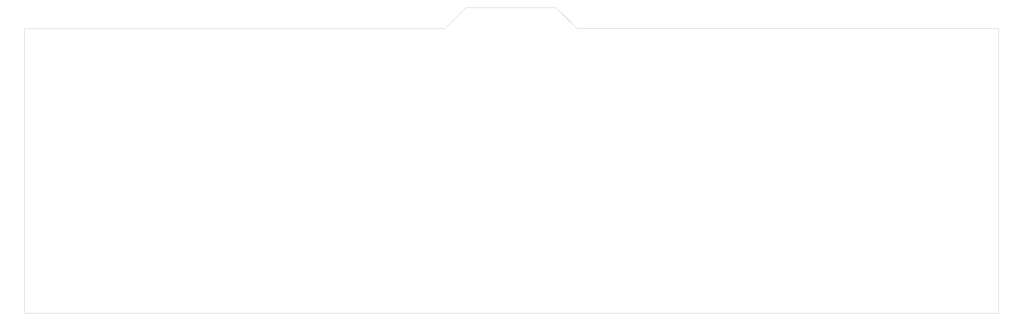
<source format=gbr>
%TF.GenerationSoftware,KiCad,Pcbnew,(6.0.5-0)*%
%TF.CreationDate,2022-06-15T01:26:12-05:00*%
%TF.ProjectId,skogaslider-main-pcb,736b6f67-6173-46c6-9964-65722d6d6169,rev?*%
%TF.SameCoordinates,Original*%
%TF.FileFunction,Profile,NP*%
%FSLAX46Y46*%
G04 Gerber Fmt 4.6, Leading zero omitted, Abs format (unit mm)*
G04 Created by KiCad (PCBNEW (6.0.5-0)) date 2022-06-15 01:26:12*
%MOMM*%
%LPD*%
G01*
G04 APERTURE LIST*
%TA.AperFunction,Profile*%
%ADD10C,0.100000*%
%TD*%
G04 APERTURE END LIST*
D10*
X439190000Y-188070000D02*
X654010000Y-188070000D01*
X654010000Y-333350000D01*
X157800000Y-333350000D01*
X157800000Y-188080000D01*
X371940000Y-188080000D01*
X382570000Y-177450000D01*
X428570000Y-177450000D01*
X439190000Y-188070000D01*
M02*

</source>
